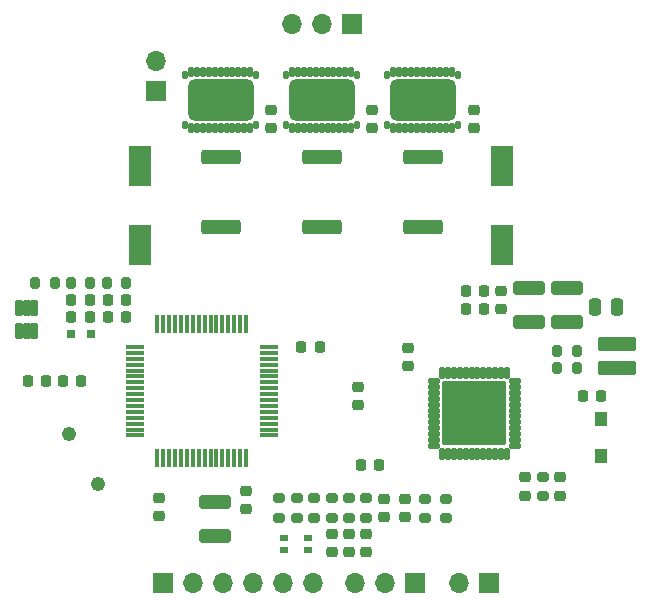
<source format=gbr>
%TF.GenerationSoftware,KiCad,Pcbnew,7.0.9*%
%TF.CreationDate,2023-12-12T19:27:26-05:00*%
%TF.ProjectId,MotorDriver,4d6f746f-7244-4726-9976-65722e6b6963,rev?*%
%TF.SameCoordinates,Original*%
%TF.FileFunction,Soldermask,Top*%
%TF.FilePolarity,Negative*%
%FSLAX46Y46*%
G04 Gerber Fmt 4.6, Leading zero omitted, Abs format (unit mm)*
G04 Created by KiCad (PCBNEW 7.0.9) date 2023-12-12 19:27:26*
%MOMM*%
%LPD*%
G01*
G04 APERTURE LIST*
G04 Aperture macros list*
%AMRoundRect*
0 Rectangle with rounded corners*
0 $1 Rounding radius*
0 $2 $3 $4 $5 $6 $7 $8 $9 X,Y pos of 4 corners*
0 Add a 4 corners polygon primitive as box body*
4,1,4,$2,$3,$4,$5,$6,$7,$8,$9,$2,$3,0*
0 Add four circle primitives for the rounded corners*
1,1,$1+$1,$2,$3*
1,1,$1+$1,$4,$5*
1,1,$1+$1,$6,$7*
1,1,$1+$1,$8,$9*
0 Add four rect primitives between the rounded corners*
20,1,$1+$1,$2,$3,$4,$5,0*
20,1,$1+$1,$4,$5,$6,$7,0*
20,1,$1+$1,$6,$7,$8,$9,0*
20,1,$1+$1,$8,$9,$2,$3,0*%
G04 Aperture macros list end*
%ADD10RoundRect,0.225000X0.250000X-0.225000X0.250000X0.225000X-0.250000X0.225000X-0.250000X-0.225000X0*%
%ADD11RoundRect,0.250000X-1.425000X0.362500X-1.425000X-0.362500X1.425000X-0.362500X1.425000X0.362500X0*%
%ADD12RoundRect,0.114500X-0.112500X-0.337500X0.112500X-0.337500X0.112500X0.337500X-0.112500X0.337500X0*%
%ADD13RoundRect,0.113250X-0.176250X0.203750X-0.176250X-0.203750X0.176250X-0.203750X0.176250X0.203750X0*%
%ADD14RoundRect,0.564000X-2.238000X1.188000X-2.238000X-1.188000X2.238000X-1.188000X2.238000X1.188000X0*%
%ADD15R,1.700000X1.700000*%
%ADD16O,1.700000X1.700000*%
%ADD17R,1.905000X3.352800*%
%ADD18RoundRect,0.225000X0.225000X0.250000X-0.225000X0.250000X-0.225000X-0.250000X0.225000X-0.250000X0*%
%ADD19RoundRect,0.200000X-0.200000X-0.275000X0.200000X-0.275000X0.200000X0.275000X-0.200000X0.275000X0*%
%ADD20RoundRect,0.225000X-0.250000X0.225000X-0.250000X-0.225000X0.250000X-0.225000X0.250000X0.225000X0*%
%ADD21RoundRect,0.225000X-0.225000X-0.250000X0.225000X-0.250000X0.225000X0.250000X-0.225000X0.250000X0*%
%ADD22R,1.092200X1.143000*%
%ADD23RoundRect,0.200000X-0.275000X0.200000X-0.275000X-0.200000X0.275000X-0.200000X0.275000X0.200000X0*%
%ADD24RoundRect,0.200000X0.275000X-0.200000X0.275000X0.200000X-0.275000X0.200000X-0.275000X-0.200000X0*%
%ADD25R,0.635000X0.508000*%
%ADD26RoundRect,0.122000X0.180000X-0.575000X0.180000X0.575000X-0.180000X0.575000X-0.180000X-0.575000X0*%
%ADD27RoundRect,0.250000X0.250000X0.475000X-0.250000X0.475000X-0.250000X-0.475000X0.250000X-0.475000X0*%
%ADD28RoundRect,0.102000X1.500000X-0.500000X1.500000X0.500000X-1.500000X0.500000X-1.500000X-0.500000X0*%
%ADD29RoundRect,0.218750X0.256250X-0.218750X0.256250X0.218750X-0.256250X0.218750X-0.256250X-0.218750X0*%
%ADD30RoundRect,0.075000X-0.700000X-0.075000X0.700000X-0.075000X0.700000X0.075000X-0.700000X0.075000X0*%
%ADD31RoundRect,0.075000X-0.075000X-0.700000X0.075000X-0.700000X0.075000X0.700000X-0.075000X0.700000X0*%
%ADD32RoundRect,0.218750X-0.256250X0.218750X-0.256250X-0.218750X0.256250X-0.218750X0.256250X0.218750X0*%
%ADD33RoundRect,0.200000X0.200000X0.275000X-0.200000X0.275000X-0.200000X-0.275000X0.200000X-0.275000X0*%
%ADD34RoundRect,0.250000X1.100000X-0.325000X1.100000X0.325000X-1.100000X0.325000X-1.100000X-0.325000X0*%
%ADD35C,1.211000*%
%ADD36RoundRect,0.109800X-0.122200X0.422200X-0.122200X-0.422200X0.122200X-0.422200X0.122200X0.422200X0*%
%ADD37RoundRect,0.109800X-0.422200X-0.122200X0.422200X-0.122200X0.422200X0.122200X-0.422200X0.122200X0*%
%ADD38RoundRect,0.102000X-2.575000X2.575000X-2.575000X-2.575000X2.575000X-2.575000X2.575000X2.575000X0*%
%ADD39R,0.655600X0.800000*%
G04 APERTURE END LIST*
D10*
%TO.C,C4*%
X70129400Y-150787400D03*
X70129400Y-149237400D03*
%TD*%
D11*
%TO.C,R23*%
X83870800Y-120430700D03*
X83870800Y-126355700D03*
%TD*%
D12*
%TO.C,U5*%
X94921304Y-113248084D03*
X94421304Y-113248084D03*
X93921304Y-113248084D03*
X93421304Y-113248084D03*
X92921304Y-113248084D03*
X92421304Y-113248084D03*
X91921304Y-113248084D03*
X91421304Y-113248084D03*
X90921304Y-113248084D03*
X90421304Y-113248084D03*
X89921304Y-113248084D03*
X89921304Y-117948084D03*
X90421304Y-117948084D03*
X90921304Y-117948084D03*
X91421304Y-117948084D03*
X91921304Y-117948084D03*
X92421304Y-117948084D03*
X92921304Y-117948084D03*
X93421304Y-117948084D03*
X93921304Y-117948084D03*
X94421304Y-117948084D03*
X94921304Y-117948084D03*
D13*
X95434304Y-113483084D03*
X89408304Y-113483084D03*
X89408304Y-117713084D03*
X95434304Y-117713084D03*
D14*
X92421304Y-115598084D03*
%TD*%
D15*
%TO.C,J2*%
X70408800Y-156514800D03*
D16*
X72948800Y-156514800D03*
X75488800Y-156514800D03*
X78028800Y-156514800D03*
X80568800Y-156514800D03*
X83108800Y-156514800D03*
%TD*%
D17*
%TO.C,C27*%
X68503800Y-121183400D03*
X68503800Y-127838200D03*
%TD*%
D18*
%TO.C,C15*%
X97599800Y-131749800D03*
X96049800Y-131749800D03*
%TD*%
%TO.C,C1*%
X60541200Y-139395200D03*
X58991200Y-139395200D03*
%TD*%
D15*
%TO.C,J3*%
X97998200Y-156514800D03*
D16*
X95458200Y-156514800D03*
%TD*%
D11*
%TO.C,R26*%
X75320296Y-120430700D03*
X75320296Y-126355700D03*
%TD*%
D19*
%TO.C,R12*%
X103823000Y-138277600D03*
X105473000Y-138277600D03*
%TD*%
D20*
%TO.C,C31*%
X84709000Y-152336200D03*
X84709000Y-153886200D03*
%TD*%
D21*
%TO.C,C2*%
X61963000Y-139395200D03*
X63513000Y-139395200D03*
%TD*%
D22*
%TO.C,D5*%
X107543600Y-142608300D03*
X107543600Y-145681700D03*
%TD*%
D19*
%TO.C,R16*%
X59627000Y-131038600D03*
X61277000Y-131038600D03*
%TD*%
D15*
%TO.C,J4*%
X69824600Y-114838400D03*
D16*
X69824600Y-112298400D03*
%TD*%
D17*
%TO.C,C26*%
X99161600Y-121183400D03*
X99161600Y-127838200D03*
%TD*%
D20*
%TO.C,C32*%
X88138000Y-116420600D03*
X88138000Y-117970600D03*
%TD*%
D21*
%TO.C,C17*%
X96049800Y-133273800D03*
X97599800Y-133273800D03*
%TD*%
D20*
%TO.C,C20*%
X91186000Y-136537400D03*
X91186000Y-138087400D03*
%TD*%
D23*
%TO.C,R20*%
X84709000Y-149314400D03*
X84709000Y-150964400D03*
%TD*%
D24*
%TO.C,R10*%
X94361000Y-150977600D03*
X94361000Y-149327600D03*
%TD*%
D23*
%TO.C,R3*%
X80289400Y-149314400D03*
X80289400Y-150964400D03*
%TD*%
D18*
%TO.C,C6*%
X83706000Y-136499600D03*
X82156000Y-136499600D03*
%TD*%
%TO.C,C8*%
X64224200Y-133985000D03*
X62674200Y-133985000D03*
%TD*%
D20*
%TO.C,C28*%
X87655400Y-152336200D03*
X87655400Y-153886200D03*
%TD*%
D25*
%TO.C,U9*%
X80721200Y-153687399D03*
X80721200Y-152687401D03*
X82702400Y-152687401D03*
X82702400Y-153687399D03*
%TD*%
D10*
%TO.C,C22*%
X86969600Y-141389401D03*
X86969600Y-139839401D03*
%TD*%
D26*
%TO.C,U7*%
X58252600Y-135141800D03*
X58902600Y-135141800D03*
X59552600Y-135141800D03*
X59552600Y-133221800D03*
X58902600Y-133221800D03*
X58252600Y-133221800D03*
%TD*%
D23*
%TO.C,R18*%
X87655400Y-149314400D03*
X87655400Y-150964400D03*
%TD*%
D10*
%TO.C,C18*%
X99060000Y-133286800D03*
X99060000Y-131736800D03*
%TD*%
D27*
%TO.C,C23*%
X108900000Y-133070600D03*
X107000000Y-133070600D03*
%TD*%
D12*
%TO.C,U8*%
X77820296Y-113248084D03*
X77320296Y-113248084D03*
X76820296Y-113248084D03*
X76320296Y-113248084D03*
X75820296Y-113248084D03*
X75320296Y-113248084D03*
X74820296Y-113248084D03*
X74320296Y-113248084D03*
X73820296Y-113248084D03*
X73320296Y-113248084D03*
X72820296Y-113248084D03*
X72820296Y-117948084D03*
X73320296Y-117948084D03*
X73820296Y-117948084D03*
X74320296Y-117948084D03*
X74820296Y-117948084D03*
X75320296Y-117948084D03*
X75820296Y-117948084D03*
X76320296Y-117948084D03*
X76820296Y-117948084D03*
X77320296Y-117948084D03*
X77820296Y-117948084D03*
D13*
X78333296Y-113483084D03*
X72307296Y-113483084D03*
X72307296Y-117713084D03*
X78333296Y-117713084D03*
D14*
X75320296Y-115598084D03*
%TD*%
D20*
%TO.C,C34*%
X79603600Y-116395200D03*
X79603600Y-117945200D03*
%TD*%
D19*
%TO.C,R17*%
X62612000Y-131038600D03*
X64262000Y-131038600D03*
%TD*%
D21*
%TO.C,C7*%
X65747600Y-132511800D03*
X67297600Y-132511800D03*
%TD*%
D23*
%TO.C,R27*%
X102590600Y-147460200D03*
X102590600Y-149110200D03*
%TD*%
D28*
%TO.C,L2*%
X108889800Y-138236200D03*
X108889800Y-136236200D03*
%TD*%
D29*
%TO.C,D4*%
X90886066Y-150920100D03*
X90886066Y-149345100D03*
%TD*%
D21*
%TO.C,C21*%
X105993600Y-140614400D03*
X107543600Y-140614400D03*
%TD*%
D30*
%TO.C,U1*%
X68035800Y-136483400D03*
X68035800Y-136983400D03*
X68035800Y-137483400D03*
X68035800Y-137983400D03*
X68035800Y-138483400D03*
X68035800Y-138983400D03*
X68035800Y-139483400D03*
X68035800Y-139983400D03*
X68035800Y-140483400D03*
X68035800Y-140983400D03*
X68035800Y-141483400D03*
X68035800Y-141983400D03*
X68035800Y-142483400D03*
X68035800Y-142983400D03*
X68035800Y-143483400D03*
X68035800Y-143983400D03*
D31*
X69960800Y-145908400D03*
X70460800Y-145908400D03*
X70960800Y-145908400D03*
X71460800Y-145908400D03*
X71960800Y-145908400D03*
X72460800Y-145908400D03*
X72960800Y-145908400D03*
X73460800Y-145908400D03*
X73960800Y-145908400D03*
X74460800Y-145908400D03*
X74960800Y-145908400D03*
X75460800Y-145908400D03*
X75960800Y-145908400D03*
X76460800Y-145908400D03*
X76960800Y-145908400D03*
X77460800Y-145908400D03*
D30*
X79385800Y-143983400D03*
X79385800Y-143483400D03*
X79385800Y-142983400D03*
X79385800Y-142483400D03*
X79385800Y-141983400D03*
X79385800Y-141483400D03*
X79385800Y-140983400D03*
X79385800Y-140483400D03*
X79385800Y-139983400D03*
X79385800Y-139483400D03*
X79385800Y-138983400D03*
X79385800Y-138483400D03*
X79385800Y-137983400D03*
X79385800Y-137483400D03*
X79385800Y-136983400D03*
X79385800Y-136483400D03*
D31*
X77460800Y-134558400D03*
X76960800Y-134558400D03*
X76460800Y-134558400D03*
X75960800Y-134558400D03*
X75460800Y-134558400D03*
X74960800Y-134558400D03*
X74460800Y-134558400D03*
X73960800Y-134558400D03*
X73460800Y-134558400D03*
X72960800Y-134558400D03*
X72460800Y-134558400D03*
X71960800Y-134558400D03*
X71460800Y-134558400D03*
X70960800Y-134558400D03*
X70460800Y-134558400D03*
X69960800Y-134558400D03*
%TD*%
D20*
%TO.C,C12*%
X89128600Y-149377600D03*
X89128600Y-150927600D03*
%TD*%
D12*
%TO.C,U6*%
X86370800Y-113248084D03*
X85870800Y-113248084D03*
X85370800Y-113248084D03*
X84870800Y-113248084D03*
X84370800Y-113248084D03*
X83870800Y-113248084D03*
X83370800Y-113248084D03*
X82870800Y-113248084D03*
X82370800Y-113248084D03*
X81870800Y-113248084D03*
X81370800Y-113248084D03*
X81370800Y-117948084D03*
X81870800Y-117948084D03*
X82370800Y-117948084D03*
X82870800Y-117948084D03*
X83370800Y-117948084D03*
X83870800Y-117948084D03*
X84370800Y-117948084D03*
X84870800Y-117948084D03*
X85370800Y-117948084D03*
X85870800Y-117948084D03*
X86370800Y-117948084D03*
D13*
X86883800Y-113483084D03*
X80857800Y-113483084D03*
X80857800Y-117713084D03*
X86883800Y-117713084D03*
D14*
X83870800Y-115598084D03*
%TD*%
D20*
%TO.C,C24*%
X96748600Y-116420600D03*
X96748600Y-117970600D03*
%TD*%
D15*
%TO.C,J5*%
X86410800Y-109169200D03*
D16*
X83870800Y-109169200D03*
X81330800Y-109169200D03*
%TD*%
D24*
%TO.C,R9*%
X92643532Y-150977600D03*
X92643532Y-149327600D03*
%TD*%
D20*
%TO.C,C16*%
X101092000Y-147522600D03*
X101092000Y-149072600D03*
%TD*%
D23*
%TO.C,R2*%
X81762600Y-149314400D03*
X81762600Y-150964400D03*
%TD*%
D21*
%TO.C,C19*%
X87159800Y-146456401D03*
X88709800Y-146456401D03*
%TD*%
D32*
%TO.C,D6*%
X104063800Y-147497800D03*
X104063800Y-149072800D03*
%TD*%
D21*
%TO.C,C3*%
X65747600Y-133985000D03*
X67297600Y-133985000D03*
%TD*%
D20*
%TO.C,C29*%
X86182200Y-152336200D03*
X86182200Y-153886200D03*
%TD*%
D33*
%TO.C,R11*%
X105447600Y-136804400D03*
X103797600Y-136804400D03*
%TD*%
D15*
%TO.C,J1*%
X91770200Y-156514800D03*
D16*
X89230200Y-156514800D03*
X86690200Y-156514800D03*
%TD*%
D34*
%TO.C,C13*%
X101422200Y-134418600D03*
X101422200Y-131468600D03*
%TD*%
%TO.C,C14*%
X104622600Y-134418600D03*
X104622600Y-131468600D03*
%TD*%
D35*
%TO.C,Y2*%
X64894800Y-148106841D03*
X62454800Y-143880637D03*
%TD*%
D36*
%TO.C,U4*%
X99560381Y-138685000D03*
X99060381Y-138685000D03*
X98560381Y-138685000D03*
X98060381Y-138685000D03*
X97560381Y-138685000D03*
X97060381Y-138685000D03*
X96560381Y-138685000D03*
X96060381Y-138685000D03*
X95560381Y-138685000D03*
X95060381Y-138685000D03*
X94560381Y-138685000D03*
X94060381Y-138685000D03*
D37*
X93375381Y-139370000D03*
X93375381Y-139870000D03*
X93375381Y-140370000D03*
X93375381Y-140870000D03*
X93375381Y-141370000D03*
X93375381Y-141870000D03*
X93375381Y-142370000D03*
X93375381Y-142870000D03*
X93375381Y-143370000D03*
X93375381Y-143870000D03*
X93375381Y-144370000D03*
X93375381Y-144870000D03*
D36*
X94060381Y-145555000D03*
X94560381Y-145555000D03*
X95060381Y-145555000D03*
X95560381Y-145555000D03*
X96060381Y-145555000D03*
X96560381Y-145555000D03*
X97060381Y-145555000D03*
X97560381Y-145555000D03*
X98060381Y-145555000D03*
X98560381Y-145555000D03*
X99060381Y-145555000D03*
X99560381Y-145555000D03*
D37*
X100245381Y-144870000D03*
X100245381Y-144370000D03*
X100245381Y-143870000D03*
X100245381Y-143370000D03*
X100245381Y-142870000D03*
X100245381Y-142370000D03*
X100245381Y-141870000D03*
X100245381Y-141370000D03*
X100245381Y-140870000D03*
X100245381Y-140370000D03*
X100245381Y-139870000D03*
X100245381Y-139370000D03*
D38*
X96810381Y-142120000D03*
%TD*%
D39*
%TO.C,L1*%
X62674200Y-135432800D03*
X64329800Y-135432800D03*
%TD*%
D34*
%TO.C,C11*%
X74853800Y-152528800D03*
X74853800Y-149578800D03*
%TD*%
D21*
%TO.C,C30*%
X62674200Y-132511800D03*
X64224200Y-132511800D03*
%TD*%
D11*
%TO.C,R15*%
X92421304Y-120430700D03*
X92421304Y-126355700D03*
%TD*%
D23*
%TO.C,R1*%
X83235800Y-149314400D03*
X83235800Y-150964400D03*
%TD*%
D33*
%TO.C,R6*%
X67335400Y-131038600D03*
X65685400Y-131038600D03*
%TD*%
D10*
%TO.C,C5*%
X77495400Y-150241600D03*
X77495400Y-148691600D03*
%TD*%
D23*
%TO.C,R19*%
X86182200Y-149314400D03*
X86182200Y-150964400D03*
%TD*%
M02*

</source>
